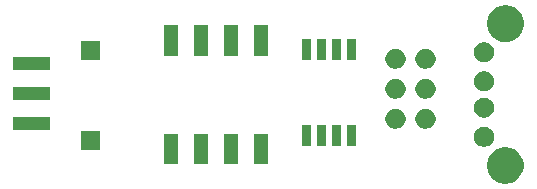
<source format=gbr>
G04 #@! TF.GenerationSoftware,KiCad,Pcbnew,5.0.2+dfsg1-1~bpo9+1*
G04 #@! TF.CreationDate,2021-01-31T11:02:44+00:00*
G04 #@! TF.ProjectId,attiny85_dipswitch_breakout,61747469-6e79-4383-955f-646970737769,rev?*
G04 #@! TF.SameCoordinates,Original*
G04 #@! TF.FileFunction,Soldermask,Top*
G04 #@! TF.FilePolarity,Negative*
%FSLAX46Y46*%
G04 Gerber Fmt 4.6, Leading zero omitted, Abs format (unit mm)*
G04 Created by KiCad (PCBNEW 5.0.2+dfsg1-1~bpo9+1) date Sun 31 Jan 2021 11:02:44 GMT*
%MOMM*%
%LPD*%
G01*
G04 APERTURE LIST*
%ADD10C,0.100000*%
G04 APERTURE END LIST*
D10*
G36*
X162155767Y-83048536D02*
X162255650Y-83068404D01*
X162537914Y-83185321D01*
X162791945Y-83355059D01*
X163007981Y-83571095D01*
X163177719Y-83825126D01*
X163294636Y-84107390D01*
X163354240Y-84407040D01*
X163354240Y-84712560D01*
X163294636Y-85012210D01*
X163177719Y-85294474D01*
X163007981Y-85548505D01*
X162791945Y-85764541D01*
X162537914Y-85934279D01*
X162255650Y-86051196D01*
X162155767Y-86071064D01*
X161956002Y-86110800D01*
X161650478Y-86110800D01*
X161450713Y-86071064D01*
X161350830Y-86051196D01*
X161068566Y-85934279D01*
X160814535Y-85764541D01*
X160598499Y-85548505D01*
X160428761Y-85294474D01*
X160311844Y-85012210D01*
X160252240Y-84712560D01*
X160252240Y-84407040D01*
X160311844Y-84107390D01*
X160428761Y-83825126D01*
X160598499Y-83571095D01*
X160814535Y-83355059D01*
X161068566Y-83185321D01*
X161350830Y-83068404D01*
X161450713Y-83048536D01*
X161650478Y-83008800D01*
X161956002Y-83008800D01*
X162155767Y-83048536D01*
X162155767Y-83048536D01*
G37*
G36*
X141758700Y-84461100D02*
X140506700Y-84461100D01*
X140506700Y-81859100D01*
X141758700Y-81859100D01*
X141758700Y-84461100D01*
X141758700Y-84461100D01*
G37*
G36*
X139206000Y-84461100D02*
X137954000Y-84461100D01*
X137954000Y-81859100D01*
X139206000Y-81859100D01*
X139206000Y-84461100D01*
X139206000Y-84461100D01*
G37*
G36*
X136671080Y-84461100D02*
X135419080Y-84461100D01*
X135419080Y-81859100D01*
X136671080Y-81859100D01*
X136671080Y-84461100D01*
X136671080Y-84461100D01*
G37*
G36*
X134128540Y-84461100D02*
X132876540Y-84461100D01*
X132876540Y-81859100D01*
X134128540Y-81859100D01*
X134128540Y-84461100D01*
X134128540Y-84461100D01*
G37*
G36*
X127473000Y-83253000D02*
X125847000Y-83253000D01*
X125847000Y-81627000D01*
X127473000Y-81627000D01*
X127473000Y-83253000D01*
X127473000Y-83253000D01*
G37*
G36*
X160258228Y-81303103D02*
X160413100Y-81367253D01*
X160552481Y-81460385D01*
X160671015Y-81578919D01*
X160764147Y-81718300D01*
X160828297Y-81873172D01*
X160861000Y-82037584D01*
X160861000Y-82205216D01*
X160828297Y-82369628D01*
X160764147Y-82524500D01*
X160671015Y-82663881D01*
X160552481Y-82782415D01*
X160413100Y-82875547D01*
X160258228Y-82939697D01*
X160093816Y-82972400D01*
X159926184Y-82972400D01*
X159761772Y-82939697D01*
X159606900Y-82875547D01*
X159467519Y-82782415D01*
X159348985Y-82663881D01*
X159255853Y-82524500D01*
X159191703Y-82369628D01*
X159159000Y-82205216D01*
X159159000Y-82037584D01*
X159191703Y-81873172D01*
X159255853Y-81718300D01*
X159348985Y-81578919D01*
X159467519Y-81460385D01*
X159606900Y-81367253D01*
X159761772Y-81303103D01*
X159926184Y-81270400D01*
X160093816Y-81270400D01*
X160258228Y-81303103D01*
X160258228Y-81303103D01*
G37*
G36*
X147899200Y-82935400D02*
X147147200Y-82935400D01*
X147147200Y-81133400D01*
X147899200Y-81133400D01*
X147899200Y-82935400D01*
X147899200Y-82935400D01*
G37*
G36*
X149169200Y-82935400D02*
X148417200Y-82935400D01*
X148417200Y-81133400D01*
X149169200Y-81133400D01*
X149169200Y-82935400D01*
X149169200Y-82935400D01*
G37*
G36*
X146629200Y-82935400D02*
X145877200Y-82935400D01*
X145877200Y-81133400D01*
X146629200Y-81133400D01*
X146629200Y-82935400D01*
X146629200Y-82935400D01*
G37*
G36*
X145359200Y-82935400D02*
X144607200Y-82935400D01*
X144607200Y-81133400D01*
X145359200Y-81133400D01*
X145359200Y-82935400D01*
X145359200Y-82935400D01*
G37*
G36*
X123261000Y-81571000D02*
X120159000Y-81571000D01*
X120159000Y-80469000D01*
X123261000Y-80469000D01*
X123261000Y-81571000D01*
X123261000Y-81571000D01*
G37*
G36*
X152758228Y-79781703D02*
X152913100Y-79845853D01*
X153052481Y-79938985D01*
X153171015Y-80057519D01*
X153264147Y-80196900D01*
X153328297Y-80351772D01*
X153361000Y-80516184D01*
X153361000Y-80683816D01*
X153328297Y-80848228D01*
X153264147Y-81003100D01*
X153171015Y-81142481D01*
X153052481Y-81261015D01*
X152913100Y-81354147D01*
X152758228Y-81418297D01*
X152593816Y-81451000D01*
X152426184Y-81451000D01*
X152261772Y-81418297D01*
X152106900Y-81354147D01*
X151967519Y-81261015D01*
X151848985Y-81142481D01*
X151755853Y-81003100D01*
X151691703Y-80848228D01*
X151659000Y-80683816D01*
X151659000Y-80516184D01*
X151691703Y-80351772D01*
X151755853Y-80196900D01*
X151848985Y-80057519D01*
X151967519Y-79938985D01*
X152106900Y-79845853D01*
X152261772Y-79781703D01*
X152426184Y-79749000D01*
X152593816Y-79749000D01*
X152758228Y-79781703D01*
X152758228Y-79781703D01*
G37*
G36*
X155298228Y-79781703D02*
X155453100Y-79845853D01*
X155592481Y-79938985D01*
X155711015Y-80057519D01*
X155804147Y-80196900D01*
X155868297Y-80351772D01*
X155901000Y-80516184D01*
X155901000Y-80683816D01*
X155868297Y-80848228D01*
X155804147Y-81003100D01*
X155711015Y-81142481D01*
X155592481Y-81261015D01*
X155453100Y-81354147D01*
X155298228Y-81418297D01*
X155133816Y-81451000D01*
X154966184Y-81451000D01*
X154801772Y-81418297D01*
X154646900Y-81354147D01*
X154507519Y-81261015D01*
X154388985Y-81142481D01*
X154295853Y-81003100D01*
X154231703Y-80848228D01*
X154199000Y-80683816D01*
X154199000Y-80516184D01*
X154231703Y-80351772D01*
X154295853Y-80196900D01*
X154388985Y-80057519D01*
X154507519Y-79938985D01*
X154646900Y-79845853D01*
X154801772Y-79781703D01*
X154966184Y-79749000D01*
X155133816Y-79749000D01*
X155298228Y-79781703D01*
X155298228Y-79781703D01*
G37*
G36*
X160258228Y-78839303D02*
X160413100Y-78903453D01*
X160552481Y-78996585D01*
X160671015Y-79115119D01*
X160764147Y-79254500D01*
X160828297Y-79409372D01*
X160861000Y-79573784D01*
X160861000Y-79741416D01*
X160828297Y-79905828D01*
X160764147Y-80060700D01*
X160671015Y-80200081D01*
X160552481Y-80318615D01*
X160413100Y-80411747D01*
X160258228Y-80475897D01*
X160093816Y-80508600D01*
X159926184Y-80508600D01*
X159761772Y-80475897D01*
X159606900Y-80411747D01*
X159467519Y-80318615D01*
X159348985Y-80200081D01*
X159255853Y-80060700D01*
X159191703Y-79905828D01*
X159159000Y-79741416D01*
X159159000Y-79573784D01*
X159191703Y-79409372D01*
X159255853Y-79254500D01*
X159348985Y-79115119D01*
X159467519Y-78996585D01*
X159606900Y-78903453D01*
X159761772Y-78839303D01*
X159926184Y-78806600D01*
X160093816Y-78806600D01*
X160258228Y-78839303D01*
X160258228Y-78839303D01*
G37*
G36*
X123261000Y-79031000D02*
X120159000Y-79031000D01*
X120159000Y-77929000D01*
X123261000Y-77929000D01*
X123261000Y-79031000D01*
X123261000Y-79031000D01*
G37*
G36*
X155298228Y-77241703D02*
X155453100Y-77305853D01*
X155592481Y-77398985D01*
X155711015Y-77517519D01*
X155804147Y-77656900D01*
X155868297Y-77811772D01*
X155901000Y-77976184D01*
X155901000Y-78143816D01*
X155868297Y-78308228D01*
X155804147Y-78463100D01*
X155711015Y-78602481D01*
X155592481Y-78721015D01*
X155453100Y-78814147D01*
X155298228Y-78878297D01*
X155133816Y-78911000D01*
X154966184Y-78911000D01*
X154801772Y-78878297D01*
X154646900Y-78814147D01*
X154507519Y-78721015D01*
X154388985Y-78602481D01*
X154295853Y-78463100D01*
X154231703Y-78308228D01*
X154199000Y-78143816D01*
X154199000Y-77976184D01*
X154231703Y-77811772D01*
X154295853Y-77656900D01*
X154388985Y-77517519D01*
X154507519Y-77398985D01*
X154646900Y-77305853D01*
X154801772Y-77241703D01*
X154966184Y-77209000D01*
X155133816Y-77209000D01*
X155298228Y-77241703D01*
X155298228Y-77241703D01*
G37*
G36*
X152758228Y-77241703D02*
X152913100Y-77305853D01*
X153052481Y-77398985D01*
X153171015Y-77517519D01*
X153264147Y-77656900D01*
X153328297Y-77811772D01*
X153361000Y-77976184D01*
X153361000Y-78143816D01*
X153328297Y-78308228D01*
X153264147Y-78463100D01*
X153171015Y-78602481D01*
X153052481Y-78721015D01*
X152913100Y-78814147D01*
X152758228Y-78878297D01*
X152593816Y-78911000D01*
X152426184Y-78911000D01*
X152261772Y-78878297D01*
X152106900Y-78814147D01*
X151967519Y-78721015D01*
X151848985Y-78602481D01*
X151755853Y-78463100D01*
X151691703Y-78308228D01*
X151659000Y-78143816D01*
X151659000Y-77976184D01*
X151691703Y-77811772D01*
X151755853Y-77656900D01*
X151848985Y-77517519D01*
X151967519Y-77398985D01*
X152106900Y-77305853D01*
X152261772Y-77241703D01*
X152426184Y-77209000D01*
X152593816Y-77209000D01*
X152758228Y-77241703D01*
X152758228Y-77241703D01*
G37*
G36*
X160258228Y-76604103D02*
X160413100Y-76668253D01*
X160552481Y-76761385D01*
X160671015Y-76879919D01*
X160764147Y-77019300D01*
X160828297Y-77174172D01*
X160861000Y-77338584D01*
X160861000Y-77506216D01*
X160828297Y-77670628D01*
X160764147Y-77825500D01*
X160671015Y-77964881D01*
X160552481Y-78083415D01*
X160413100Y-78176547D01*
X160258228Y-78240697D01*
X160093816Y-78273400D01*
X159926184Y-78273400D01*
X159761772Y-78240697D01*
X159606900Y-78176547D01*
X159467519Y-78083415D01*
X159348985Y-77964881D01*
X159255853Y-77825500D01*
X159191703Y-77670628D01*
X159159000Y-77506216D01*
X159159000Y-77338584D01*
X159191703Y-77174172D01*
X159255853Y-77019300D01*
X159348985Y-76879919D01*
X159467519Y-76761385D01*
X159606900Y-76668253D01*
X159761772Y-76604103D01*
X159926184Y-76571400D01*
X160093816Y-76571400D01*
X160258228Y-76604103D01*
X160258228Y-76604103D01*
G37*
G36*
X123261000Y-76491000D02*
X120159000Y-76491000D01*
X120159000Y-75389000D01*
X123261000Y-75389000D01*
X123261000Y-76491000D01*
X123261000Y-76491000D01*
G37*
G36*
X155298228Y-74701703D02*
X155453100Y-74765853D01*
X155592481Y-74858985D01*
X155711015Y-74977519D01*
X155804147Y-75116900D01*
X155868297Y-75271772D01*
X155901000Y-75436184D01*
X155901000Y-75603816D01*
X155868297Y-75768228D01*
X155804147Y-75923100D01*
X155711015Y-76062481D01*
X155592481Y-76181015D01*
X155453100Y-76274147D01*
X155298228Y-76338297D01*
X155133816Y-76371000D01*
X154966184Y-76371000D01*
X154801772Y-76338297D01*
X154646900Y-76274147D01*
X154507519Y-76181015D01*
X154388985Y-76062481D01*
X154295853Y-75923100D01*
X154231703Y-75768228D01*
X154199000Y-75603816D01*
X154199000Y-75436184D01*
X154231703Y-75271772D01*
X154295853Y-75116900D01*
X154388985Y-74977519D01*
X154507519Y-74858985D01*
X154646900Y-74765853D01*
X154801772Y-74701703D01*
X154966184Y-74669000D01*
X155133816Y-74669000D01*
X155298228Y-74701703D01*
X155298228Y-74701703D01*
G37*
G36*
X152758228Y-74701703D02*
X152913100Y-74765853D01*
X153052481Y-74858985D01*
X153171015Y-74977519D01*
X153264147Y-75116900D01*
X153328297Y-75271772D01*
X153361000Y-75436184D01*
X153361000Y-75603816D01*
X153328297Y-75768228D01*
X153264147Y-75923100D01*
X153171015Y-76062481D01*
X153052481Y-76181015D01*
X152913100Y-76274147D01*
X152758228Y-76338297D01*
X152593816Y-76371000D01*
X152426184Y-76371000D01*
X152261772Y-76338297D01*
X152106900Y-76274147D01*
X151967519Y-76181015D01*
X151848985Y-76062481D01*
X151755853Y-75923100D01*
X151691703Y-75768228D01*
X151659000Y-75603816D01*
X151659000Y-75436184D01*
X151691703Y-75271772D01*
X151755853Y-75116900D01*
X151848985Y-74977519D01*
X151967519Y-74858985D01*
X152106900Y-74765853D01*
X152261772Y-74701703D01*
X152426184Y-74669000D01*
X152593816Y-74669000D01*
X152758228Y-74701703D01*
X152758228Y-74701703D01*
G37*
G36*
X160258228Y-74140303D02*
X160413100Y-74204453D01*
X160552481Y-74297585D01*
X160671015Y-74416119D01*
X160764147Y-74555500D01*
X160828297Y-74710372D01*
X160861000Y-74874784D01*
X160861000Y-75042416D01*
X160828297Y-75206828D01*
X160764147Y-75361700D01*
X160671015Y-75501081D01*
X160552481Y-75619615D01*
X160413100Y-75712747D01*
X160258228Y-75776897D01*
X160093816Y-75809600D01*
X159926184Y-75809600D01*
X159761772Y-75776897D01*
X159606900Y-75712747D01*
X159467519Y-75619615D01*
X159348985Y-75501081D01*
X159255853Y-75361700D01*
X159191703Y-75206828D01*
X159159000Y-75042416D01*
X159159000Y-74874784D01*
X159191703Y-74710372D01*
X159255853Y-74555500D01*
X159348985Y-74416119D01*
X159467519Y-74297585D01*
X159606900Y-74204453D01*
X159761772Y-74140303D01*
X159926184Y-74107600D01*
X160093816Y-74107600D01*
X160258228Y-74140303D01*
X160258228Y-74140303D01*
G37*
G36*
X149169200Y-75635400D02*
X148417200Y-75635400D01*
X148417200Y-73833400D01*
X149169200Y-73833400D01*
X149169200Y-75635400D01*
X149169200Y-75635400D01*
G37*
G36*
X147899200Y-75635400D02*
X147147200Y-75635400D01*
X147147200Y-73833400D01*
X147899200Y-73833400D01*
X147899200Y-75635400D01*
X147899200Y-75635400D01*
G37*
G36*
X146629200Y-75635400D02*
X145877200Y-75635400D01*
X145877200Y-73833400D01*
X146629200Y-73833400D01*
X146629200Y-75635400D01*
X146629200Y-75635400D01*
G37*
G36*
X145359200Y-75635400D02*
X144607200Y-75635400D01*
X144607200Y-73833400D01*
X145359200Y-73833400D01*
X145359200Y-75635400D01*
X145359200Y-75635400D01*
G37*
G36*
X127473000Y-75633000D02*
X125847000Y-75633000D01*
X125847000Y-74007000D01*
X127473000Y-74007000D01*
X127473000Y-75633000D01*
X127473000Y-75633000D01*
G37*
G36*
X141746000Y-75243440D02*
X140494000Y-75243440D01*
X140494000Y-72641440D01*
X141746000Y-72641440D01*
X141746000Y-75243440D01*
X141746000Y-75243440D01*
G37*
G36*
X139206000Y-75243440D02*
X137954000Y-75243440D01*
X137954000Y-72641440D01*
X139206000Y-72641440D01*
X139206000Y-75243440D01*
X139206000Y-75243440D01*
G37*
G36*
X136666000Y-75243440D02*
X135414000Y-75243440D01*
X135414000Y-72641440D01*
X136666000Y-72641440D01*
X136666000Y-75243440D01*
X136666000Y-75243440D01*
G37*
G36*
X134128540Y-75243440D02*
X132876540Y-75243440D01*
X132876540Y-72641440D01*
X134128540Y-72641440D01*
X134128540Y-75243440D01*
X134128540Y-75243440D01*
G37*
G36*
X162160847Y-71034336D02*
X162260730Y-71054204D01*
X162542994Y-71171121D01*
X162797025Y-71340859D01*
X163013061Y-71556895D01*
X163182799Y-71810926D01*
X163299716Y-72093190D01*
X163359320Y-72392840D01*
X163359320Y-72698360D01*
X163299716Y-72998010D01*
X163182799Y-73280274D01*
X163013061Y-73534305D01*
X162797025Y-73750341D01*
X162542994Y-73920079D01*
X162260730Y-74036996D01*
X162160847Y-74056864D01*
X161961082Y-74096600D01*
X161655558Y-74096600D01*
X161455793Y-74056864D01*
X161355910Y-74036996D01*
X161073646Y-73920079D01*
X160819615Y-73750341D01*
X160603579Y-73534305D01*
X160433841Y-73280274D01*
X160316924Y-72998010D01*
X160257320Y-72698360D01*
X160257320Y-72392840D01*
X160316924Y-72093190D01*
X160433841Y-71810926D01*
X160603579Y-71556895D01*
X160819615Y-71340859D01*
X161073646Y-71171121D01*
X161355910Y-71054204D01*
X161455793Y-71034336D01*
X161655558Y-70994600D01*
X161961082Y-70994600D01*
X162160847Y-71034336D01*
X162160847Y-71034336D01*
G37*
M02*

</source>
